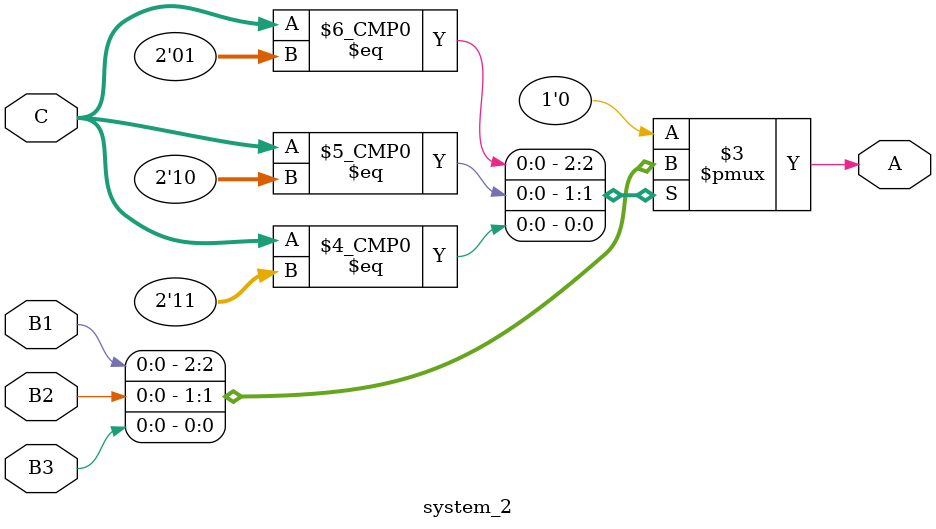
<source format=v>

module system_2(
    output reg A,
  input wire [1:0] B1, B2, B3, C
);

  always @(B1, B2, B3, C) begin
        case (C)
            2'b01 : A = B1;
            2'b10 : A = B2;
            2'b11 : A = B3;
            default: A = 0;
        endcase    
    end
endmodule
</source>
